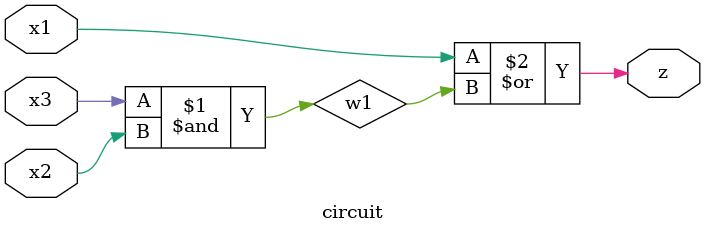
<source format=v>
module circuit (
    input x1, x2, x3,
    output z
);
wire w1;
    and a(w1,x3,x2);
    or(z,x1,w1);
endmodule

</source>
